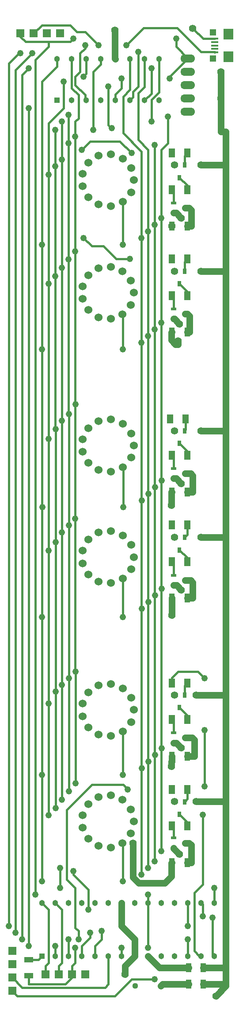
<source format=gbr>
G04 EasyPC Gerber Version 21.0.3 Build 4286 *
%FSLAX35Y35*%
%MOIN*%
%ADD88R,0.02756X0.03937*%
%ADD90R,0.03937X0.06890*%
%ADD94R,0.04016X0.07165*%
%ADD89R,0.04528X0.06693*%
%ADD93R,0.07480X0.08465*%
%ADD18R,0.04461X0.04461*%
%ADD71R,0.06000X0.06000*%
%ADD72C,0.01500*%
%ADD20C,0.04449*%
%ADD19C,0.04461*%
%ADD29C,0.04800*%
%ADD28C,0.05000*%
%ADD27C,0.05600*%
%ADD25C,0.06000*%
%ADD86O,0.11000X0.06000*%
%ADD91R,0.05315X0.01575*%
%ADD87R,0.04134X0.02362*%
%ADD95R,0.07087X0.04134*%
%ADD92R,0.05118X0.04724*%
X0Y0D02*
D02*
D18*
X39000Y50250D03*
X50382Y693805D03*
D02*
D19*
X39000Y90250D03*
X49000Y50250D03*
Y90250D03*
X50382Y724805D03*
X59000Y50250D03*
Y90250D03*
X61382Y693805D03*
Y724805D03*
X69000Y50250D03*
Y90250D03*
X72382Y693805D03*
Y724805D03*
X79000Y50250D03*
Y90250D03*
X83382Y693805D03*
Y724805D03*
X89000Y50250D03*
Y90250D03*
X94382Y693805D03*
Y724805D03*
X99000Y50250D03*
Y90250D03*
X105382Y693805D03*
Y724805D03*
X109000Y50250D03*
Y90250D03*
X116382Y693805D03*
Y724805D03*
X119000Y50250D03*
Y90250D03*
X127382Y693805D03*
Y724805D03*
X129000Y50250D03*
Y90250D03*
X139000Y50250D03*
Y90250D03*
X149000Y50250D03*
Y90250D03*
X159000Y50250D03*
Y90250D03*
X169000Y50250D03*
Y90250D03*
D02*
D71*
X16500Y24000D03*
Y34000D03*
Y44000D03*
Y54000D03*
X22750Y744000D03*
X32750D03*
X41500Y36500D03*
X42750Y744000D03*
X51500Y36500D03*
X52750Y744000D03*
X61500Y36500D03*
X71500D03*
D02*
D20*
X109394Y27750D03*
X128606D03*
D02*
D25*
X69483Y146721D03*
Y544290D03*
X69483Y156143D03*
Y553712D03*
X69601Y230579D03*
Y345540D03*
Y429398D03*
Y629004D03*
X69601Y240001D03*
Y354962D03*
Y438820D03*
Y638426D03*
X73861Y138378D03*
Y535947D03*
X73862Y164485D03*
Y562054D03*
X73979Y222236D03*
Y337197D03*
Y421055D03*
Y620661D03*
X73980Y248344D03*
Y363304D03*
Y447163D03*
Y646769D03*
X81615Y133026D03*
Y530594D03*
X81616Y169837D03*
Y567406D03*
X81733Y216884D03*
Y331844D03*
Y415703D03*
Y615309D03*
X81734Y253696D03*
Y368656D03*
Y452515D03*
Y652121D03*
X90968Y131889D03*
Y529458D03*
X90969Y170973D03*
Y568542D03*
X91086Y215748D03*
Y330708D03*
Y414567D03*
Y614173D03*
X91087Y254831D03*
Y369792D03*
Y453650D03*
Y653256D03*
X99778Y135230D03*
Y532799D03*
X99779Y167631D03*
Y565200D03*
X99896Y219088D03*
Y334049D03*
Y417907D03*
Y617513D03*
X99897Y251490D03*
Y366450D03*
Y450309D03*
Y649915D03*
X106026Y142282D03*
Y539851D03*
X106026Y160579D03*
Y558148D03*
X106144Y226140D03*
Y341101D03*
Y424959D03*
Y624565D03*
X106144Y244437D03*
Y359398D03*
Y443256D03*
Y642863D03*
X108281Y151431D03*
Y549000D03*
X108399Y235289D03*
Y350250D03*
Y434108D03*
Y633715D03*
D02*
D27*
X94000Y746500D03*
X101500Y36500D03*
X107750Y135250D03*
X136500Y192750D03*
Y389079D03*
X136844Y306500D03*
Y599000D03*
X139010Y166500D03*
Y246500D03*
Y365250D03*
Y445250D03*
Y565250D03*
Y644974D03*
X141500Y512750D03*
X142750Y126776D03*
Y525526D03*
X144000Y206776D03*
Y325526D03*
Y405526D03*
Y605250D03*
X152750Y747750D03*
X155250Y166500D03*
Y246500D03*
X159000Y365250D03*
Y445250D03*
Y565250D03*
Y644974D03*
X170250Y20250D03*
X174000Y695250D03*
Y715250D03*
D02*
D28*
X94000Y746500D02*
Y725187D01*
X94382Y724805*
X101500Y36500D02*
Y42750D01*
X109000Y50250*
X107750Y135250D02*
Y109404D01*
X111904Y105250*
X131500*
X136500Y110250*
Y120250*
X136844Y120526*
X109000Y50250D02*
Y62750D01*
X99000Y72750*
Y90250*
X136500Y389079D02*
Y399000D01*
X136844*
Y200526D02*
Y196500D01*
X136500*
Y192750*
X136844Y319276D02*
Y306500D01*
Y599000D02*
X138419Y131510*
Y131106D01*
X142750Y126776*
X138419Y210535D02*
X140240D01*
X144000Y206776*
X138419Y329010D02*
X140516D01*
X144000Y325526*
X138419Y409285D02*
X140240D01*
X144000Y405526*
X138419Y529285D02*
X138990D01*
X142750Y525526*
X138419Y609010D02*
X140240D01*
X144000Y605250*
X141500Y512750D02*
Y510250D01*
X139732*
X136500Y513482*
Y519000*
X136844Y519276*
X148656Y120526D02*
X151500D01*
Y133675*
X149925Y135250*
X147081*
X148656Y200526D02*
X154000D01*
Y212701*
X152425Y214276*
X147081*
X148656Y319276D02*
X152750D01*
Y331175*
X151175Y332750*
X147081*
X148656Y399000D02*
X152750D01*
Y411451*
X151175Y413026*
X147081*
X148656Y519276D02*
X150250D01*
Y531451*
X148675Y533026*
X147081*
X148656Y599000D02*
X151500D01*
Y611175*
X149925Y612750*
X147081*
X149738Y29000D02*
X129856D01*
X128606Y27750*
X149738Y41500D02*
X127750D01*
X119000Y50250*
X155250Y166500D02*
X177750D01*
X155250Y246500D02*
X177750D01*
X159000Y365250D02*
X177750D01*
X159000Y445250D02*
X177750D01*
X159000Y565250D02*
X177750D01*
X159000Y644974D02*
X177750D01*
X160762Y29000D02*
X177750D01*
X160762Y41500D02*
X177750D01*
X174000Y695250D02*
Y670250D01*
X177750*
Y644974*
X174000Y715250D02*
Y695250D01*
X177750Y29000D02*
Y27750D01*
X170250Y20250*
X177750Y29000D02*
Y41500D01*
Y166500*
Y246500*
Y365250*
Y445250*
Y565250*
Y644974*
D02*
D29*
X14000Y72750D03*
X19000Y67750D03*
X22750Y729000D03*
X24000Y62750D03*
X29000Y57750D03*
Y687750D03*
Y717750D03*
X31500Y729000D03*
X34000Y96500D03*
X39000Y106500D03*
Y186500D03*
Y305250D03*
Y506500D03*
Y585250D03*
X39354Y387750D03*
X44000Y156212D03*
Y240250D03*
Y354962D03*
Y439000D03*
Y555739D03*
Y637750D03*
X49000Y57750D03*
Y561500D03*
Y644000D03*
Y671500D03*
X49354Y249000D03*
Y361500D03*
Y446500D03*
X49414Y161514D03*
X52750Y101500D03*
Y116500D03*
X54000Y167750D03*
Y254000D03*
Y368656D03*
Y452750D03*
Y567750D03*
Y649000D03*
Y677750D03*
X55250Y707750D03*
X59000Y62750D03*
Y574000D03*
Y661500D03*
Y682750D03*
X59354Y259000D03*
Y374000D03*
Y457750D03*
X59414Y174014D03*
X62750Y114000D03*
Y740250D03*
X64000Y56500D03*
Y379000D03*
Y580250D03*
Y666500D03*
X64354Y264000D03*
Y465250D03*
X64414Y180264D03*
X66500Y62750D03*
X69000Y656500D03*
X70250Y590250D03*
Y711500D03*
X71500Y735250D03*
X74000Y85250D03*
X75250Y67750D03*
X77750Y671500D03*
X81500Y735250D03*
X84000Y69000D03*
X89000Y704000D03*
X91500Y672750D03*
X99000Y56500D03*
Y710250D03*
X99896Y106500D03*
Y186500D03*
Y305250D03*
Y506500D03*
Y585250D03*
X100250Y387750D03*
X102750Y735250D03*
X103724Y175526D03*
X105250Y574276D03*
X106500Y654000D03*
X111500Y730250D03*
X114000Y111500D03*
Y511500D03*
Y590250D03*
X114354Y191500D03*
Y311500D03*
Y392750D03*
X119000Y56500D03*
Y96500D03*
Y116500D03*
Y516500D03*
Y595250D03*
X119354Y196500D03*
Y316500D03*
Y397750D03*
X121500Y677750D03*
Y717750D03*
X124000Y32750D03*
Y121500D03*
Y521500D03*
Y600250D03*
Y660250D03*
X124354Y201500D03*
Y321500D03*
Y402750D03*
X129000Y129000D03*
Y526500D03*
Y605250D03*
X129354Y206500D03*
Y326500D03*
Y407750D03*
X134000Y681500D03*
X135250Y710250D03*
X135594Y454000D03*
X136844Y175526D03*
Y374276D03*
Y574276D03*
Y654000D03*
X140250Y740250D03*
X149000Y62750D03*
Y72750D03*
X160250Y80250D03*
Y156500D03*
X161500Y177750D03*
Y220250D03*
Y259000D03*
X167750Y79000D03*
X169000Y101500D03*
D02*
D72*
X14000Y72750D02*
Y721500D01*
X21500Y729000*
X22750*
X19000Y67750D02*
Y716500D01*
X31500Y729000*
X22750Y744000D02*
Y741500D01*
X26500Y737750*
X44000*
X24000Y62750D02*
Y712750D01*
X29000Y717750*
Y47406D02*
X36156D01*
X39000Y50250*
X29000Y57750D02*
Y687750D01*
X34000Y96500D02*
Y719000D01*
Y724000*
X44000Y734000*
Y737750*
X39000Y585250D02*
Y106500D01*
X41500Y36500D02*
Y42750D01*
X44000Y45250*
Y85250*
X39000Y90250*
X44000Y240250D02*
Y156212D01*
Y354962D02*
Y240250D01*
Y439000D02*
Y354962D01*
Y637750D02*
Y439000D01*
Y737750D02*
X60250D01*
X62750Y740250*
X49000Y50250D02*
Y57750D01*
Y561500D02*
Y446854D01*
X49354Y446500*
X49000Y644000D02*
Y561500D01*
Y671500D02*
Y644000D01*
X49354Y249000D02*
Y161574D01*
X49414Y161514*
X49354Y361500D02*
Y249000D01*
Y446500D02*
Y361500D01*
X50382Y724805D02*
Y719132D01*
X39000Y707750*
Y585250*
X51500Y36500D02*
Y42750D01*
X54000Y45250*
Y85250*
X49000Y90250*
X52750Y116500D02*
Y101500D01*
X54000Y254000D02*
Y167750D01*
Y368656D02*
Y254000D01*
Y452750D02*
Y368656D01*
Y649000D02*
Y452750D01*
Y677750D02*
Y649000D01*
X55250Y707750D02*
Y687750D01*
X44000Y676500*
Y637750*
X59000Y50250D02*
Y62750D01*
Y574000D02*
Y458104D01*
X59354Y457750*
X59000Y661500D02*
Y574000D01*
Y682750D02*
Y661500D01*
X59354Y259000D02*
Y174074D01*
X59414Y174014*
X59354Y374000D02*
Y259000D01*
Y457750D02*
Y374000D01*
X61382Y724805D02*
Y702868D01*
X66500Y697750*
Y680250*
X64000Y677750*
Y666500*
X61500Y36500D02*
Y42750D01*
X64000Y45250*
Y56500*
X61500Y36500D02*
Y34000D01*
X56500Y29000*
X29000*
Y35594*
X62750Y114000D02*
Y111500D01*
X74000Y100250*
Y85250*
X64000Y379000D02*
Y264354D01*
X64354Y264000*
X64000Y580250D02*
Y379000D01*
Y666500D02*
Y580250D01*
X64354Y264000D02*
Y180324D01*
X64414Y180264*
X69000Y50250D02*
Y57750D01*
X75250Y64000*
Y67750*
X71500Y735250D02*
Y732750D01*
X67750Y729000*
Y715250*
X64000Y711500*
Y705250*
X71500Y697750*
Y694687*
X72382Y693805*
X71500Y745250D02*
X65250D01*
X60250Y750250*
X39000*
X32750Y744000*
X72382Y724805D02*
Y713632D01*
X70250Y711500*
X79000Y50250D02*
Y57750D01*
X84000Y62750*
Y69000*
X81500Y735250D02*
X71500Y745250D01*
X83382Y724805D02*
Y720882D01*
X77750Y715250*
Y671500*
X89000Y30250D02*
Y29000D01*
X86500Y26500*
X24000*
X16500Y34000*
X89000Y30250D02*
Y50250D01*
Y704000D02*
Y675250D01*
X91500Y672750*
X94000Y20250D02*
X20250D01*
X16500Y24000*
X94382Y693805D02*
Y698132D01*
X99000Y702750*
Y710250*
Y50250D02*
Y56500D01*
X99896Y106500D02*
Y135112D01*
X99778Y135230*
X99896Y186500D02*
Y219088D01*
Y305250D02*
Y334049D01*
Y506500D02*
Y532681D01*
X99778Y532799*
X99896Y617513D02*
Y585250D01*
X100250Y387750D02*
Y417553D01*
X99896Y417907*
X103724Y175526D02*
X100250Y179000D01*
X76500*
X57750Y160250*
Y107750*
X64000Y101500*
Y71500*
X66500Y69000*
Y62750*
X105250Y574276D02*
X94974D01*
X85250Y584000*
X76500*
X70250Y590250*
X105382Y724805D02*
Y701632D01*
X100250Y696500*
Y669000*
X114000Y655250*
Y590250*
X106500Y654000D02*
X97750Y662750D01*
X75250*
X69000Y656500*
X111500Y730250D02*
Y704000D01*
X107750Y700250*
Y696173*
X105382Y693805*
X114000Y590250D02*
Y111500D01*
X116382Y724805D02*
Y703882D01*
X111500Y699000*
Y664000*
X119000Y656500*
Y595250*
Y90250D02*
Y56500D01*
Y90250D02*
Y96500D01*
Y595250D02*
Y116500D01*
X121500Y717750D02*
Y698923D01*
X116382Y693805*
X124000Y32750D02*
X106500D01*
X94000Y20250*
X124000Y600250D02*
Y121500D01*
Y660250D02*
Y600250D01*
X127382Y724805D02*
Y699882D01*
X121500Y694000*
Y677750*
X129000Y605250D02*
Y129000D01*
X134000Y681500D02*
Y661500D01*
X129000Y656500*
Y605250*
X135250Y710250D02*
Y711500D01*
X149000Y725250*
X135594Y454000D02*
X136844Y175526*
Y255526*
Y259344D01*
X141500Y264000*
X156500*
X161500Y259000*
X136844Y374276D02*
Y574276*
Y654000*
X138419Y138990*
Y146451D01*
X136844Y148026*
X138419Y218016D02*
Y226451D01*
X136844Y228026*
X138419Y336490D02*
Y345201D01*
X136844Y346776*
X138419Y416766D02*
Y425201D01*
X136844Y426776*
X138419Y536766D02*
Y545201D01*
X136844Y546776*
X138419Y616490D02*
Y624925D01*
X136844Y626500*
X140250Y740250D02*
Y734000D01*
X149000Y725250*
X146490Y246500D02*
Y253360D01*
X148656Y255526*
X146490Y565250D02*
Y572110D01*
X148656Y574276*
X146490Y644974D02*
Y651835D01*
X148656Y654000*
X147406Y454000D02*
Y446165D01*
X146490Y445250*
X148656Y148026D02*
Y150870D01*
X142750Y156776*
X148656Y175526D02*
Y168390D01*
X146490Y166224*
X148656Y228026D02*
Y231146D01*
X142750Y237051*
X148656Y346776D02*
Y349620D01*
X142750Y355526*
X148656Y374276D02*
Y367140D01*
X146490Y364974*
X148656Y426776D02*
Y429896D01*
X142750Y435801*
X148656Y546776D02*
Y549896D01*
X142750Y555801*
X148656Y626500D02*
Y629620D01*
X142750Y635526*
X149000Y50250D02*
Y62750D01*
Y90250D02*
Y72750D01*
X160250Y80250D02*
Y89000D01*
X159000Y90250*
X160250Y156500D02*
Y104000D01*
X154000Y97750*
Y54000*
X157750Y50250*
X159000*
X161500Y220250D02*
Y177750D01*
X167750Y79000D02*
Y51500D01*
X169000Y50250*
Y101500D02*
Y90250D01*
X169439Y729738D02*
Y730250D01*
X159000*
X140988Y748262*
X115762*
X102750Y735250*
X169439Y739974D02*
X160526D01*
X152750Y747750*
D02*
D86*
X149000Y685250D03*
Y695250D03*
Y705250D03*
Y715250D03*
Y725250D03*
D02*
D87*
X138419Y131510D03*
Y138990D03*
Y210535D03*
Y218016D03*
Y329010D03*
Y336490D03*
Y409285D03*
Y416766D03*
Y529285D03*
Y536766D03*
Y609010D03*
Y616490D03*
X147081Y135250D03*
Y214276D03*
Y332750D03*
Y413026D03*
Y533026D03*
Y612750D03*
D02*
D88*
X139010Y166224D03*
Y246500D03*
Y364974D03*
Y445250D03*
Y565250D03*
Y644974D03*
X142750Y156776D03*
Y237051D03*
Y355526D03*
Y435801D03*
Y555801D03*
Y635526D03*
X146490Y166224D03*
Y246500D03*
Y364974D03*
Y445250D03*
Y565250D03*
Y644974D03*
D02*
D89*
X135594Y454000D03*
X136844Y148026D03*
Y175526D03*
Y228026D03*
Y255526D03*
Y346776D03*
Y374276D03*
Y426776D03*
Y546776D03*
Y574276D03*
Y626500D03*
Y654000D03*
X147406Y454000D03*
X148656Y148026D03*
Y175526D03*
Y228026D03*
Y255526D03*
Y346776D03*
Y374276D03*
Y426776D03*
Y546776D03*
Y574276D03*
Y626500D03*
Y654000D03*
D02*
D90*
X136844Y120526D03*
Y200526D03*
Y319276D03*
Y399000D03*
Y519276D03*
Y599000D03*
X148656Y120526D03*
Y200526D03*
Y319276D03*
Y399000D03*
Y519276D03*
Y599000D03*
D02*
D91*
X169439Y729738D03*
Y732297D03*
Y734856D03*
Y737415D03*
Y739974D03*
D02*
D92*
X167864Y725014D03*
Y744699D03*
D02*
D93*
X179675Y726293D03*
Y743419D03*
D02*
D94*
X149738Y29000D03*
Y41500D03*
X160762Y29000D03*
Y41500D03*
D02*
D95*
X29000Y35594D03*
Y47406D03*
X0Y0D02*
M02*

</source>
